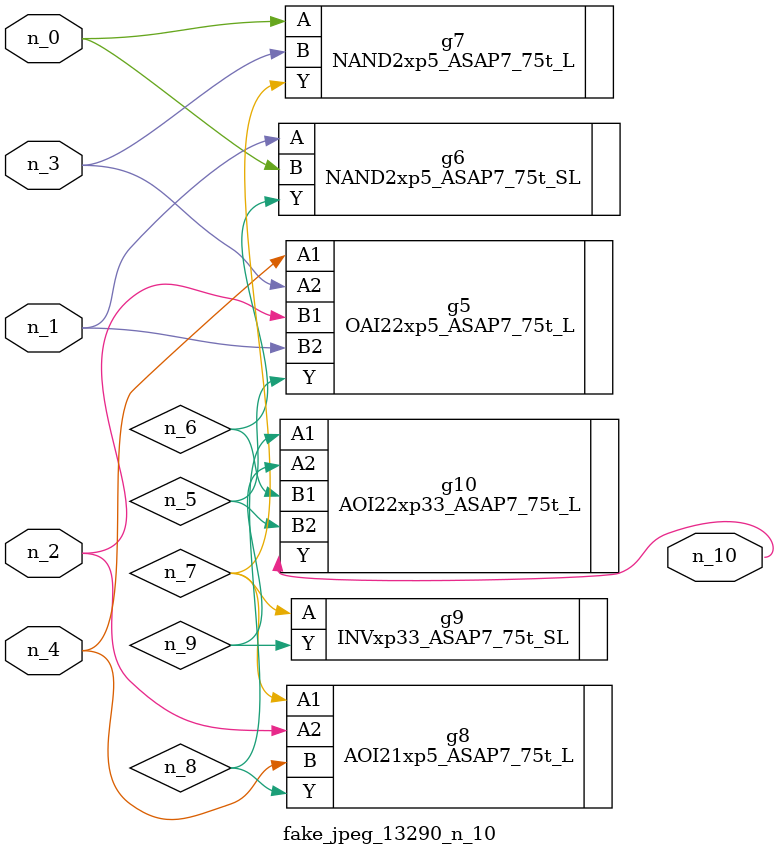
<source format=v>
module fake_jpeg_13290_n_10 (n_3, n_2, n_1, n_0, n_4, n_10);

input n_3;
input n_2;
input n_1;
input n_0;
input n_4;

output n_10;

wire n_8;
wire n_9;
wire n_6;
wire n_5;
wire n_7;

OAI22xp5_ASAP7_75t_L g5 ( 
.A1(n_4),
.A2(n_3),
.B1(n_2),
.B2(n_1),
.Y(n_5)
);

NAND2xp5_ASAP7_75t_SL g6 ( 
.A(n_1),
.B(n_0),
.Y(n_6)
);

NAND2xp5_ASAP7_75t_L g7 ( 
.A(n_0),
.B(n_3),
.Y(n_7)
);

AOI21xp5_ASAP7_75t_L g8 ( 
.A1(n_7),
.A2(n_2),
.B(n_4),
.Y(n_8)
);

AOI22xp33_ASAP7_75t_L g10 ( 
.A1(n_8),
.A2(n_9),
.B1(n_6),
.B2(n_5),
.Y(n_10)
);

INVxp33_ASAP7_75t_SL g9 ( 
.A(n_7),
.Y(n_9)
);


endmodule
</source>
